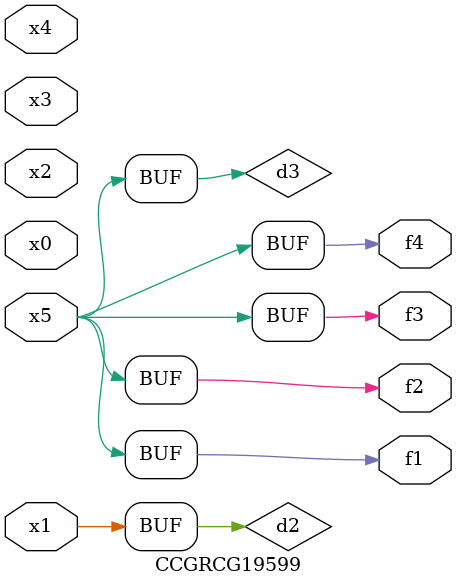
<source format=v>
module CCGRCG19599(
	input x0, x1, x2, x3, x4, x5,
	output f1, f2, f3, f4
);

	wire d1, d2, d3;

	not (d1, x5);
	or (d2, x1);
	xnor (d3, d1);
	assign f1 = d3;
	assign f2 = d3;
	assign f3 = d3;
	assign f4 = d3;
endmodule

</source>
